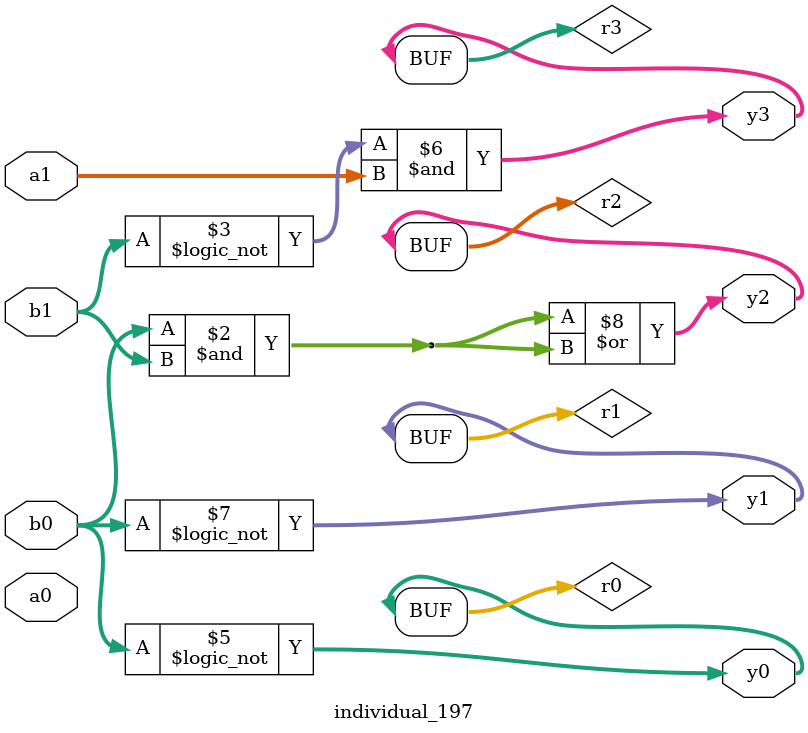
<source format=sv>
module individual_197(input logic [15:0] a1, input logic [15:0] a0, input logic [15:0] b1, input logic [15:0] b0, output logic [15:0] y3, output logic [15:0] y2, output logic [15:0] y1, output logic [15:0] y0);
logic [15:0] r0, r1, r2, r3; 
 always@(*) begin 
	 r0 = a0; r1 = a1; r2 = b0; r3 = b1; 
 	 r2  &=  r3 ;
 	 r3 = ! r3 ;
 	 r0 = ! b0 ;
 	 r0 = ! b0 ;
 	 r3  &=  r1 ;
 	 r1 = ! b0 ;
 	 r2  |=  r2 ;
 	 y3 = r3; y2 = r2; y1 = r1; y0 = r0; 
end
endmodule
</source>
